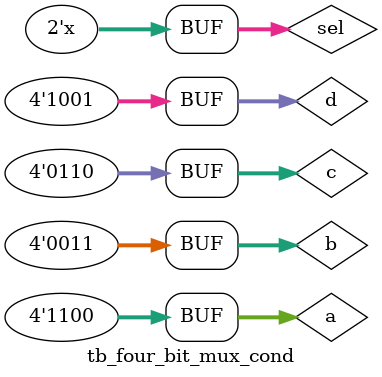
<source format=v>
`timescale 1ns / 1ps


module tb_four_bit_mux_cond;

	// Inputs
	reg [1:0] sel;
	reg [3:0] a;
	reg [3:0] b;
	reg [3:0] c;
	reg [3:0] d;

	// Outputs
	wire [3:0] y;

	// Instantiate the Unit Under Test (UUT)
	four_bit_mux_cond uut (
		.sel(sel), 
		.a(a), 
		.b(b), 
		.c(c), 
		.d(d), 
		.y(y)
	);

	initial begin
		// Initialize Inputs
		a = 4'b0001; 
		b = 4'b0010; 
		c = 4'b0100; 
		d = 4'b1000;
		
		#80
	
		a = 4'b1100; 
		b = 4'b0011; 
		c = 4'b0110; 
		d = 4'b1001;

		// Wait 100 ns for global reset to finish
        
		// Add stimulus here
		
	end
	
	initial sel = 2'b00;
	
	always #20 sel = sel + 1;
      
endmodule


</source>
